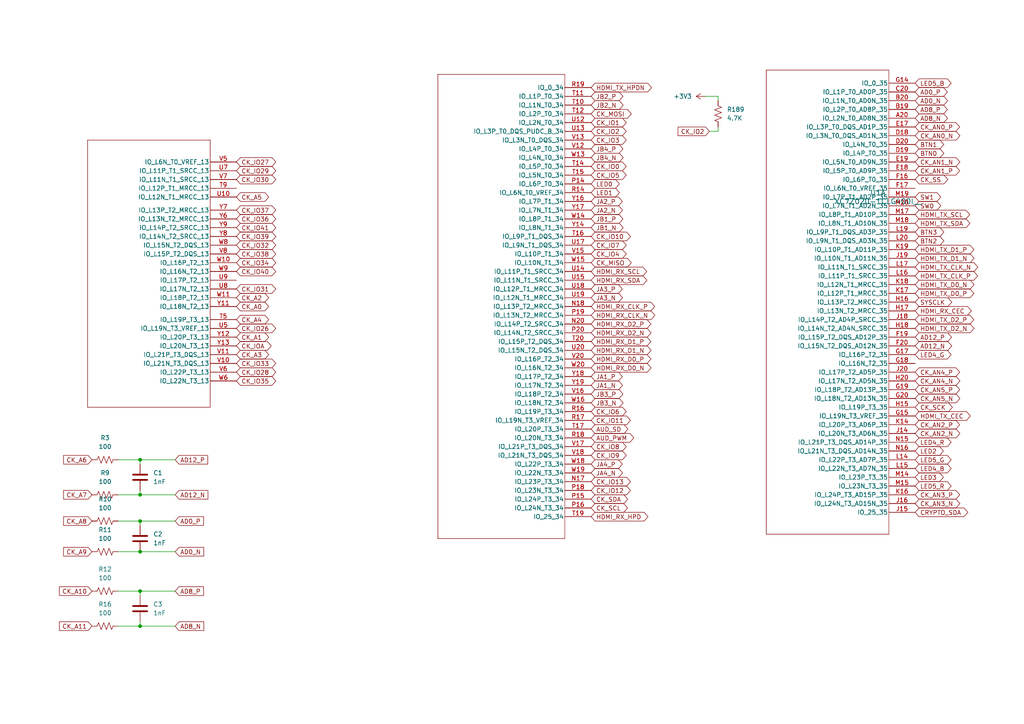
<source format=kicad_sch>
(kicad_sch (version 20231120) (generator "eeschema") (generator_version "8.0")
  (paper "A4")
  (junction (at 40.64 160.02))
  (junction (at 40.64 143.51))
  (junction (at 40.64 133.35))
  (junction (at 40.64 181.61))
  (junction (at 40.64 151.13))
  (junction (at 40.64 171.45))
  (wire (pts (xy 40.64 160.02) (xy 50.8 160.02)))
  (wire (pts (xy 40.64 181.61) (xy 40.64 180.34)))
  (wire (pts (xy 34.29 160.02) (xy 40.64 160.02)))
  (wire (pts (xy 40.64 133.35) (xy 50.8 133.35)))
  (wire (pts (xy 40.64 143.51) (xy 50.8 143.51)))
  (wire (pts (xy 40.64 133.35) (xy 40.64 134.62)))
  (wire (pts (xy 40.64 171.45) (xy 50.8 171.45)))
  (wire (pts (xy 34.29 151.13) (xy 40.64 151.13)))
  (wire (pts (xy 34.29 133.35) (xy 40.64 133.35)))
  (wire (pts (xy 40.64 171.45) (xy 40.64 172.72)))
  (wire (pts (xy 40.64 181.61) (xy 50.8 181.61)))
  (wire (pts (xy 34.29 181.61) (xy 40.64 181.61)))
  (wire (pts (xy 208.28 27.94) (xy 208.28 29.21)))
  (wire (pts (xy 34.29 171.45) (xy 40.64 171.45)))
  (wire (pts (xy 40.64 143.51) (xy 40.64 142.24)))
  (wire (pts (xy 208.28 38.1) (xy 208.28 36.83)))
  (wire (pts (xy 40.64 151.13) (xy 40.64 152.4)))
  (wire (pts (xy 40.64 151.13) (xy 50.8 151.13)))
  (wire (pts (xy 34.29 143.51) (xy 40.64 143.51)))
  (wire (pts (xy 204.47 27.94) (xy 208.28 27.94)))
  (wire (pts (xy 205.74 38.1) (xy 208.28 38.1)))
  (global_label "LED5_B" (shape bidirectional) (at 265.43 24.13 0) (property "Intersheetrefs" "${INTERSHEET_REFS}" (effects (hide yes))))
  (global_label "SW1" (shape bidirectional) (at 265.43 57.15 0) (property "Intersheetrefs" "${INTERSHEET_REFS}" (effects (hide yes))))
  (global_label "CK_SDA" (shape bidirectional) (at 171.45 144.78 0) (property "Intersheetrefs" "${INTERSHEET_REFS}" (effects (hide yes))))
  (global_label "CK_IO10" (shape bidirectional) (at 171.45 68.58 0) (property "Intersheetrefs" "${INTERSHEET_REFS}" (effects (hide yes))))
  (global_label "AD0_P" (shape bidirectional) (at 265.43 26.67 0) (property "Intersheetrefs" "${INTERSHEET_REFS}" (effects (hide yes))))
  (global_label "HDMI_TX_CEC" (shape bidirectional) (at 265.43 120.65 0) (property "Intersheetrefs" "${INTERSHEET_REFS}" (effects (hide yes))))
  (global_label "AD8_N" (shape input) (at 50.8 181.61 0) (property "Intersheetrefs" "${INTERSHEET_REFS}" (effects (hide yes))))
  (global_label "CK_IO36" (shape bidirectional) (at 68.58 63.5 0) (property "Intersheetrefs" "${INTERSHEET_REFS}" (effects (hide yes))))
  (global_label "CK_A3" (shape bidirectional) (at 68.58 102.87 0) (property "Intersheetrefs" "${INTERSHEET_REFS}" (effects (hide yes))))
  (global_label "CK_IO0" (shape bidirectional) (at 171.45 48.26 0) (property "Intersheetrefs" "${INTERSHEET_REFS}" (effects (hide yes))))
  (global_label "HDMI_TX_D0_N" (shape bidirectional) (at 265.43 82.55 0) (property "Intersheetrefs" "${INTERSHEET_REFS}" (effects (hide yes))))
  (global_label "CK_A11" (shape input) (at 26.67 181.61 180) (property "Intersheetrefs" "${INTERSHEET_REFS}" (effects (hide yes))))
  (global_label "CK_IO37" (shape bidirectional) (at 68.58 60.96 0) (property "Intersheetrefs" "${INTERSHEET_REFS}" (effects (hide yes))))
  (global_label "HDMI_RX_D1_N" (shape bidirectional) (at 171.45 101.6 0) (property "Intersheetrefs" "${INTERSHEET_REFS}" (effects (hide yes))))
  (global_label "CK_IOA" (shape bidirectional) (at 68.58 100.33 0) (property "Intersheetrefs" "${INTERSHEET_REFS}" (effects (hide yes))))
  (global_label "HDMI_RX_SDA" (shape bidirectional) (at 171.45 81.28 0) (property "Intersheetrefs" "${INTERSHEET_REFS}" (effects (hide yes))))
  (global_label "CK_AN3_N" (shape bidirectional) (at 265.43 146.05 0) (property "Intersheetrefs" "${INTERSHEET_REFS}" (effects (hide yes))))
  (global_label "AUD_SD" (shape bidirectional) (at 171.45 124.46 0) (property "Intersheetrefs" "${INTERSHEET_REFS}" (effects (hide yes))))
  (global_label "LED1" (shape bidirectional) (at 171.45 55.88 0) (property "Intersheetrefs" "${INTERSHEET_REFS}" (effects (hide yes))))
  (global_label "BTN3" (shape bidirectional) (at 265.43 67.31 0) (property "Intersheetrefs" "${INTERSHEET_REFS}" (effects (hide yes))))
  (global_label "HDMI_RX_D0_P" (shape bidirectional) (at 171.45 104.14 0) (property "Intersheetrefs" "${INTERSHEET_REFS}" (effects (hide yes))))
  (global_label "LED0" (shape bidirectional) (at 171.45 53.34 0) (property "Intersheetrefs" "${INTERSHEET_REFS}" (effects (hide yes))))
  (global_label "LED4_B" (shape bidirectional) (at 265.43 135.89 0) (property "Intersheetrefs" "${INTERSHEET_REFS}" (effects (hide yes))))
  (global_label "CK_IO41" (shape bidirectional) (at 68.58 66.04 0) (property "Intersheetrefs" "${INTERSHEET_REFS}" (effects (hide yes))))
  (global_label "HDMI_RX_D2_N" (shape bidirectional) (at 171.45 96.52 0) (property "Intersheetrefs" "${INTERSHEET_REFS}" (effects (hide yes))))
  (global_label "CK_A4" (shape bidirectional) (at 68.58 92.71 0) (property "Intersheetrefs" "${INTERSHEET_REFS}" (effects (hide yes))))
  (global_label "CK_IO32" (shape bidirectional) (at 68.58 71.12 0) (property "Intersheetrefs" "${INTERSHEET_REFS}" (effects (hide yes))))
  (global_label "JB3_P" (shape bidirectional) (at 171.45 114.3 0) (property "Intersheetrefs" "${INTERSHEET_REFS}" (effects (hide yes))))
  (global_label "JA4_P" (shape bidirectional) (at 171.45 134.62 0) (property "Intersheetrefs" "${INTERSHEET_REFS}" (effects (hide yes))))
  (global_label "CK_AN4_N" (shape bidirectional) (at 265.43 110.49 0) (property "Intersheetrefs" "${INTERSHEET_REFS}" (effects (hide yes))))
  (global_label "HDMI_TX_HPDN" (shape bidirectional) (at 171.45 25.4 0) (property "Intersheetrefs" "${INTERSHEET_REFS}" (effects (hide yes))))
  (global_label "LED5_G" (shape bidirectional) (at 265.43 133.35 0) (property "Intersheetrefs" "${INTERSHEET_REFS}" (effects (hide yes))))
  (global_label "LED4_G" (shape bidirectional) (at 265.43 102.87 0) (property "Intersheetrefs" "${INTERSHEET_REFS}" (effects (hide yes))))
  (global_label "CK_AN1_P" (shape bidirectional) (at 265.43 49.53 0) (property "Intersheetrefs" "${INTERSHEET_REFS}" (effects (hide yes))))
  (global_label "CK_AN1_N" (shape bidirectional) (at 265.43 46.99 0) (property "Intersheetrefs" "${INTERSHEET_REFS}" (effects (hide yes))))
  (global_label "HDMI_TX_D1_P" (shape bidirectional) (at 265.43 72.39 0) (property "Intersheetrefs" "${INTERSHEET_REFS}" (effects (hide yes))))
  (global_label "AD0_P" (shape input) (at 50.8 151.13 0) (property "Intersheetrefs" "${INTERSHEET_REFS}" (effects (hide yes))))
  (global_label "CK_IO29" (shape bidirectional) (at 68.58 49.53 0) (property "Intersheetrefs" "${INTERSHEET_REFS}" (effects (hide yes))))
  (global_label "LED4_R" (shape bidirectional) (at 265.43 128.27 0) (property "Intersheetrefs" "${INTERSHEET_REFS}" (effects (hide yes))))
  (global_label "CK_IO30" (shape bidirectional) (at 68.58 52.07 0) (property "Intersheetrefs" "${INTERSHEET_REFS}" (effects (hide yes))))
  (global_label "HDMI_TX_D2_N" (shape bidirectional) (at 265.43 95.25 0) (property "Intersheetrefs" "${INTERSHEET_REFS}" (effects (hide yes))))
  (global_label "CK_AN2_P" (shape bidirectional) (at 265.43 123.19 0) (property "Intersheetrefs" "${INTERSHEET_REFS}" (effects (hide yes))))
  (global_label "CK_IO26" (shape bidirectional) (at 68.58 95.25 0) (property "Intersheetrefs" "${INTERSHEET_REFS}" (effects (hide yes))))
  (global_label "AD0_N" (shape bidirectional) (at 265.43 29.21 0) (property "Intersheetrefs" "${INTERSHEET_REFS}" (effects (hide yes))))
  (global_label "CK_IO39" (shape bidirectional) (at 68.58 68.58 0) (property "Intersheetrefs" "${INTERSHEET_REFS}" (effects (hide yes))))
  (global_label "CK_IO5" (shape bidirectional) (at 171.45 50.8 0) (property "Intersheetrefs" "${INTERSHEET_REFS}" (effects (hide yes))))
  (global_label "JA2_P" (shape bidirectional) (at 171.45 58.42 0) (property "Intersheetrefs" "${INTERSHEET_REFS}" (effects (hide yes))))
  (global_label "CK_A7" (shape input) (at 26.67 143.51 180) (property "Intersheetrefs" "${INTERSHEET_REFS}" (effects (hide yes))))
  (global_label "CK_IO3" (shape bidirectional) (at 171.45 40.64 0) (property "Intersheetrefs" "${INTERSHEET_REFS}" (effects (hide yes))))
  (global_label "BTN1" (shape bidirectional) (at 265.43 41.91 0) (property "Intersheetrefs" "${INTERSHEET_REFS}" (effects (hide yes))))
  (global_label "CK_MISO" (shape bidirectional) (at 171.45 76.2 0) (property "Intersheetrefs" "${INTERSHEET_REFS}" (effects (hide yes))))
  (global_label "CK_IO11" (shape bidirectional) (at 171.45 121.92 0) (property "Intersheetrefs" "${INTERSHEET_REFS}" (effects (hide yes))))
  (global_label "AD12_P" (shape bidirectional) (at 265.43 97.79 0) (property "Intersheetrefs" "${INTERSHEET_REFS}" (effects (hide yes))))
  (global_label "JB1_N" (shape bidirectional) (at 171.45 66.04 0) (property "Intersheetrefs" "${INTERSHEET_REFS}" (effects (hide yes))))
  (global_label "CK_A9" (shape input) (at 26.67 160.02 180) (property "Intersheetrefs" "${INTERSHEET_REFS}" (effects (hide yes))))
  (global_label "CK_MOSI" (shape bidirectional) (at 171.45 33.02 0) (property "Intersheetrefs" "${INTERSHEET_REFS}" (effects (hide yes))))
  (global_label "AD12_N" (shape bidirectional) (at 265.43 100.33 0) (property "Intersheetrefs" "${INTERSHEET_REFS}" (effects (hide yes))))
  (global_label "CK_IO1" (shape bidirectional) (at 171.45 35.56 0) (property "Intersheetrefs" "${INTERSHEET_REFS}" (effects (hide yes))))
  (global_label "AD0_N" (shape input) (at 50.8 160.02 0) (property "Intersheetrefs" "${INTERSHEET_REFS}" (effects (hide yes))))
  (global_label "CK_A8" (shape input) (at 26.67 151.13 180) (property "Intersheetrefs" "${INTERSHEET_REFS}" (effects (hide yes))))
  (global_label "AD8_N" (shape bidirectional) (at 265.43 34.29 0) (property "Intersheetrefs" "${INTERSHEET_REFS}" (effects (hide yes))))
  (global_label "AD8_P" (shape bidirectional) (at 265.43 31.75 0) (property "Intersheetrefs" "${INTERSHEET_REFS}" (effects (hide yes))))
  (global_label "CK_IO34" (shape bidirectional) (at 68.58 76.2 0) (property "Intersheetrefs" "${INTERSHEET_REFS}" (effects (hide yes))))
  (global_label "HDMI_RX_CLK_P" (shape bidirectional) (at 171.45 88.9 0) (property "Intersheetrefs" "${INTERSHEET_REFS}" (effects (hide yes))))
  (global_label "AD12_P" (shape input) (at 50.8 133.35 0) (property "Intersheetrefs" "${INTERSHEET_REFS}" (effects (hide yes))))
  (global_label "JB2_N" (shape bidirectional) (at 171.45 30.48 0) (property "Intersheetrefs" "${INTERSHEET_REFS}" (effects (hide yes))))
  (global_label "HDMI_RX_HPD" (shape bidirectional) (at 171.45 149.86 0) (property "Intersheetrefs" "${INTERSHEET_REFS}" (effects (hide yes))))
  (global_label "CK_AN5_P" (shape bidirectional) (at 265.43 113.03 0) (property "Intersheetrefs" "${INTERSHEET_REFS}" (effects (hide yes))))
  (global_label "JA3_N" (shape bidirectional) (at 171.45 86.36 0) (property "Intersheetrefs" "${INTERSHEET_REFS}" (effects (hide yes))))
  (global_label "CK_IO7" (shape bidirectional) (at 171.45 71.12 0) (property "Intersheetrefs" "${INTERSHEET_REFS}" (effects (hide yes))))
  (global_label "HDMI_RX_D0_N" (shape bidirectional) (at 171.45 106.68 0) (property "Intersheetrefs" "${INTERSHEET_REFS}" (effects (hide yes))))
  (global_label "BTN0" (shape bidirectional) (at 265.43 44.45 0) (property "Intersheetrefs" "${INTERSHEET_REFS}" (effects (hide yes))))
  (global_label "CK_A5" (shape bidirectional) (at 68.58 57.15 0) (property "Intersheetrefs" "${INTERSHEET_REFS}" (effects (hide yes))))
  (global_label "HDMI_RX_D1_P" (shape bidirectional) (at 171.45 99.06 0) (property "Intersheetrefs" "${INTERSHEET_REFS}" (effects (hide yes))))
  (global_label "CK_IO12" (shape bidirectional) (at 171.45 142.24 0) (property "Intersheetrefs" "${INTERSHEET_REFS}" (effects (hide yes))))
  (global_label "CK_IO40" (shape bidirectional) (at 68.58 78.74 0) (property "Intersheetrefs" "${INTERSHEET_REFS}" (effects (hide yes))))
  (global_label "JA1_N" (shape bidirectional) (at 171.45 111.76 0) (property "Intersheetrefs" "${INTERSHEET_REFS}" (effects (hide yes))))
  (global_label "CK_A6" (shape input) (at 26.67 133.35 180) (property "Intersheetrefs" "${INTERSHEET_REFS}" (effects (hide yes))))
  (global_label "AD8_P" (shape input) (at 50.8 171.45 0) (property "Intersheetrefs" "${INTERSHEET_REFS}" (effects (hide yes))))
  (global_label "CK_IO13" (shape bidirectional) (at 171.45 139.7 0) (property "Intersheetrefs" "${INTERSHEET_REFS}" (effects (hide yes))))
  (global_label "CK_IO8" (shape bidirectional) (at 171.45 129.54 0) (property "Intersheetrefs" "${INTERSHEET_REFS}" (effects (hide yes))))
  (global_label "CK_IO4" (shape bidirectional) (at 171.45 73.66 0) (property "Intersheetrefs" "${INTERSHEET_REFS}" (effects (hide yes))))
  (global_label "JB1_P" (shape bidirectional) (at 171.45 63.5 0) (property "Intersheetrefs" "${INTERSHEET_REFS}" (effects (hide yes))))
  (global_label "CRYPTO_SDA" (shape bidirectional) (at 265.43 148.59 0) (property "Intersheetrefs" "${INTERSHEET_REFS}" (effects (hide yes))))
  (global_label "CK_IO28" (shape bidirectional) (at 68.58 107.95 0) (property "Intersheetrefs" "${INTERSHEET_REFS}" (effects (hide yes))))
  (global_label "CK_SCL" (shape bidirectional) (at 171.45 147.32 0) (property "Intersheetrefs" "${INTERSHEET_REFS}" (effects (hide yes))))
  (global_label "CK_AN0_P" (shape bidirectional) (at 265.43 36.83 0) (property "Intersheetrefs" "${INTERSHEET_REFS}" (effects (hide yes))))
  (global_label "LED3" (shape bidirectional) (at 265.43 138.43 0) (property "Intersheetrefs" "${INTERSHEET_REFS}" (effects (hide yes))))
  (global_label "JA2_N" (shape bidirectional) (at 171.45 60.96 0) (property "Intersheetrefs" "${INTERSHEET_REFS}" (effects (hide yes))))
  (global_label "BTN2" (shape bidirectional) (at 265.43 69.85 0) (property "Intersheetrefs" "${INTERSHEET_REFS}" (effects (hide yes))))
  (global_label "CK_IO38" (shape bidirectional) (at 68.58 73.66 0) (property "Intersheetrefs" "${INTERSHEET_REFS}" (effects (hide yes))))
  (global_label "HDMI_RX_CLK_N" (shape bidirectional) (at 171.45 91.44 0) (property "Intersheetrefs" "${INTERSHEET_REFS}" (effects (hide yes))))
  (global_label "HDMI_TX_SDA" (shape bidirectional) (at 265.43 64.77 0) (property "Intersheetrefs" "${INTERSHEET_REFS}" (effects (hide yes))))
  (global_label "CK_IO33" (shape bidirectional) (at 68.58 105.41 0) (property "Intersheetrefs" "${INTERSHEET_REFS}" (effects (hide yes))))
  (global_label "CK_IO31" (shape bidirectional) (at 68.58 83.82 0) (property "Intersheetrefs" "${INTERSHEET_REFS}" (effects (hide yes))))
  (global_label "CK_SCK" (shape bidirectional) (at 265.43 118.11 0) (property "Intersheetrefs" "${INTERSHEET_REFS}" (effects (hide yes))))
  (global_label "HDMI_TX_D2_P" (shape bidirectional) (at 265.43 92.71 0) (property "Intersheetrefs" "${INTERSHEET_REFS}" (effects (hide yes))))
  (global_label "JB4_N" (shape bidirectional) (at 171.45 45.72 0) (property "Intersheetrefs" "${INTERSHEET_REFS}" (effects (hide yes))))
  (global_label "CK_IO6" (shape bidirectional) (at 171.45 119.38 0) (property "Intersheetrefs" "${INTERSHEET_REFS}" (effects (hide yes))))
  (global_label "HDMI_RX_CEC" (shape bidirectional) (at 265.43 90.17 0) (property "Intersheetrefs" "${INTERSHEET_REFS}" (effects (hide yes))))
  (global_label "CK_IO2" (shape bidirectional) (at 171.45 38.1 0) (property "Intersheetrefs" "${INTERSHEET_REFS}" (effects (hide yes))))
  (global_label "HDMI_RX_D2_P" (shape bidirectional) (at 171.45 93.98 0) (property "Intersheetrefs" "${INTERSHEET_REFS}" (effects (hide yes))))
  (global_label "JA1_P" (shape bidirectional) (at 171.45 109.22 0) (property "Intersheetrefs" "${INTERSHEET_REFS}" (effects (hide yes))))
  (global_label "HDMI_TX_CLK_N" (shape bidirectional) (at 265.43 77.47 0) (property "Intersheetrefs" "${INTERSHEET_REFS}" (effects (hide yes))))
  (global_label "CK_SS" (shape bidirectional) (at 265.43 52.07 0) (property "Intersheetrefs" "${INTERSHEET_REFS}" (effects (hide yes))))
  (global_label "HDMI_TX_SCL" (shape bidirectional) (at 265.43 62.23 0) (property "Intersheetrefs" "${INTERSHEET_REFS}" (effects (hide yes))))
  (global_label "HDMI_TX_D1_N" (shape bidirectional) (at 265.43 74.93 0) (property "Intersheetrefs" "${INTERSHEET_REFS}" (effects (hide yes))))
  (global_label "CK_A1" (shape bidirectional) (at 68.58 97.79 0) (property "Intersheetrefs" "${INTERSHEET_REFS}" (effects (hide yes))))
  (global_label "CK_IO2" (shape input) (at 205.74 38.1 180) (property "Intersheetrefs" "${INTERSHEET_REFS}" (effects (hide yes))))
  (global_label "HDMI_TX_CLK_P" (shape bidirectional) (at 265.43 80.01 0) (property "Intersheetrefs" "${INTERSHEET_REFS}" (effects (hide yes))))
  (global_label "HDMI_TX_D0_P" (shape bidirectional) (at 265.43 85.09 0) (property "Intersheetrefs" "${INTERSHEET_REFS}" (effects (hide yes))))
  (global_label "CK_IO9" (shape bidirectional) (at 171.45 132.08 0) (property "Intersheetrefs" "${INTERSHEET_REFS}" (effects (hide yes))))
  (global_label "SYSCLK" (shape bidirectional) (at 265.43 87.63 0) (property "Intersheetrefs" "${INTERSHEET_REFS}" (effects (hide yes))))
  (global_label "JB2_P" (shape bidirectional) (at 171.45 27.94 0) (property "Intersheetrefs" "${INTERSHEET_REFS}" (effects (hide yes))))
  (global_label "CK_IO27" (shape bidirectional) (at 68.58 46.99 0) (property "Intersheetrefs" "${INTERSHEET_REFS}" (effects (hide yes))))
  (global_label "CK_AN4_P" (shape bidirectional) (at 265.43 107.95 0) (property "Intersheetrefs" "${INTERSHEET_REFS}" (effects (hide yes))))
  (global_label "SW0" (shape bidirectional) (at 265.43 59.69 0) (property "Intersheetrefs" "${INTERSHEET_REFS}" (effects (hide yes))))
  (global_label "JA3_P" (shape bidirectional) (at 171.45 83.82 0) (property "Intersheetrefs" "${INTERSHEET_REFS}" (effects (hide yes))))
  (global_label "CK_AN0_N" (shape bidirectional) (at 265.43 39.37 0) (property "Intersheetrefs" "${INTERSHEET_REFS}" (effects (hide yes))))
  (global_label "CK_AN3_P" (shape bidirectional) (at 265.43 143.51 0) (property "Intersheetrefs" "${INTERSHEET_REFS}" (effects (hide yes))))
  (global_label "CK_IO35" (shape bidirectional) (at 68.58 110.49 0) (property "Intersheetrefs" "${INTERSHEET_REFS}" (effects (hide yes))))
  (global_label "AD12_N" (shape input) (at 50.8 143.51 0) (property "Intersheetrefs" "${INTERSHEET_REFS}" (effects (hide yes))))
  (global_label "LED2" (shape bidirectional) (at 265.43 130.81 0) (property "Intersheetrefs" "${INTERSHEET_REFS}" (effects (hide yes))))
  (global_label "JB4_P" (shape bidirectional) (at 171.45 43.18 0) (property "Intersheetrefs" "${INTERSHEET_REFS}" (effects (hide yes))))
  (global_label "CK_A2" (shape bidirectional) (at 68.58 86.36 0) (property "Intersheetrefs" "${INTERSHEET_REFS}" (effects (hide yes))))
  (global_label "LED5_R" (shape bidirectional) (at 265.43 140.97 0) (property "Intersheetrefs" "${INTERSHEET_REFS}" (effects (hide yes))))
  (global_label "JA4_N" (shape bidirectional) (at 171.45 137.16 0) (property "Intersheetrefs" "${INTERSHEET_REFS}" (effects (hide yes))))
  (global_label "CK_AN2_N" (shape bidirectional) (at 265.43 125.73 0) (property "Intersheetrefs" "${INTERSHEET_REFS}" (effects (hide yes))))
  (global_label "CK_A0" (shape bidirectional) (at 68.58 88.9 0) (property "Intersheetrefs" "${INTERSHEET_REFS}" (effects (hide yes))))
  (global_label "HDMI_RX_SCL" (shape bidirectional) (at 171.45 78.74 0) (property "Intersheetrefs" "${INTERSHEET_REFS}" (effects (hide yes))))
  (global_label "CK_A10" (shape input) (at 26.67 171.45 180) (property "Intersheetrefs" "${INTERSHEET_REFS}" (effects (hide yes))))
  (global_label "AUD_PWM" (shape bidirectional) (at 171.45 127 0) (property "Intersheetrefs" "${INTERSHEET_REFS}" (effects (hide yes))))
  (global_label "CK_AN5_N" (shape bidirectional) (at 265.43 115.57 0) (property "Intersheetrefs" "${INTERSHEET_REFS}" (effects (hide yes))))
  (global_label "JB3_N" (shape bidirectional) (at 171.45 116.84 0) (property "Intersheetrefs" "${INTERSHEET_REFS}" (effects (hide yes))))
  (symbol (lib_id "Device:R_US") (at 208.28 33.02 180) (unit 1)
    (property "Reference" "R189" (at 210.82 31.7499 0) (effects (justify right)))
    (property "Value" "4.7K" (at 210.82 34.2899 0) (effects (justify right)))
    (property "Footprint" "footprints:R_0402" (effects (hide yes)))
    (property "Description" "Resistor, US symbol" (effects (hide yes)))
  )
  (symbol (lib_id "Device:R_US") (at 30.48 171.45 90) (unit 1)
    (property "Reference" "R12" (at 30.48 165.1 90))
    (property "Value" "100" (at 30.48 167.64 90))
    (property "Footprint" "footprints:R_0402" (effects (hide yes)))
    (property "Description" "Resistor, US symbol" (effects (hide yes)))
  )
  (symbol (lib_id "Device:C") (at 40.64 176.53 0) (unit 1)
    (property "Reference" "C3" (at 44.45 175.2599 0) (effects (justify left)))
    (property "Value" "1nF" (at 44.45 177.7999 0) (effects (justify left)))
    (property "Footprint" "footprints:C_0402" (effects (hide yes)))
    (property "Description" "Unpolarized capacitor" (effects (hide yes)))
  )
  (symbol (lib_id "Device:R_US") (at 30.48 151.13 90) (unit 1)
    (property "Reference" "R10" (at 30.48 144.78 90))
    (property "Value" "100" (at 30.48 147.32 90))
    (property "Footprint" "footprints:R_0402" (effects (hide yes)))
    (property "Description" "Resistor, US symbol" (effects (hide yes)))
  )
  (symbol (lib_id "Device:R_US") (at 30.48 181.61 90) (unit 1)
    (property "Reference" "R16" (at 30.48 175.26 90))
    (property "Value" "100" (at 30.48 177.8 90))
    (property "Footprint" "footprints:R_0402" (effects (hide yes)))
    (property "Description" "Resistor, US symbol" (effects (hide yes)))
  )
  (symbol (lib_id "Device:R_US") (at 30.48 133.35 90) (unit 1)
    (property "Reference" "R3" (at 30.48 127 90))
    (property "Value" "100" (at 30.48 129.54 90))
    (property "Footprint" "footprints:R_0402" (effects (hide yes)))
    (property "Description" "Resistor, US symbol" (effects (hide yes)))
  )
  (symbol (lib_id "Device:R_US") (at 30.48 160.02 90) (unit 1)
    (property "Reference" "R11" (at 30.48 153.67 90))
    (property "Value" "100" (at 30.48 156.21 90))
    (property "Footprint" "footprints:R_0402" (effects (hide yes)))
    (property "Description" "Resistor, US symbol" (effects (hide yes)))
  )
  (symbol (lib_id "power:+3V3") (at 204.47 27.94 90) (unit 1)
    (property "Reference" "#PWR0222" (effects (hide yes)))
    (property "Value" "+3V3" (at 200.66 27.9399 90) (effects (justify left)))
    (property "Description" "Power symbol creates a global label with name \"+3V3\"" (effects (hide yes)))
  )
  (symbol (lib_id "Device:C") (at 40.64 138.43 0) (unit 1)
    (property "Reference" "C1" (at 44.45 137.1599 0) (effects (justify left)))
    (property "Value" "1nF" (at 44.45 139.6999 0) (effects (justify left)))
    (property "Footprint" "footprints:C_0402" (effects (hide yes)))
    (property "Description" "Unpolarized capacitor" (effects (hide yes)))
  )
  (symbol (lib_id "xc7z020-1clg400i_complete:XC7Z020-1CLG400I__") (at 207.01 72.39 0) (unit 1)
    (property "Reference" "U1" (at 254.635 55.88 0) (effects (font (size 1.524 1.524))))
    (property "Value" "XC7Z020-1CLG400I__" (at 254.635 58.42 0) (effects (font (size 1.524 1.524))))
    (property "Footprint" "footprints:CLG400_ZYNQ-7000_AMD" (effects (hide yes)))
    (property "Datasheet" "XC7Z020-1CLG400I" (effects (hide yes)))
  )
  (symbol (lib_id "Device:C") (at 40.64 156.21 0) (unit 1)
    (property "Reference" "C2" (at 44.45 154.9399 0) (effects (justify left)))
    (property "Value" "1nF" (at 44.45 157.4799 0) (effects (justify left)))
    (property "Footprint" "footprints:C_0402" (effects (hide yes)))
    (property "Description" "Unpolarized capacitor" (effects (hide yes)))
  )
  (symbol (lib_id "Device:R_US") (at 30.48 143.51 90) (unit 1)
    (property "Reference" "R9" (at 30.48 137.16 90))
    (property "Value" "100" (at 30.48 139.7 90))
    (property "Footprint" "footprints:R_0402" (effects (hide yes)))
    (property "Description" "Resistor, US symbol" (effects (hide yes)))
  )
)
</source>
